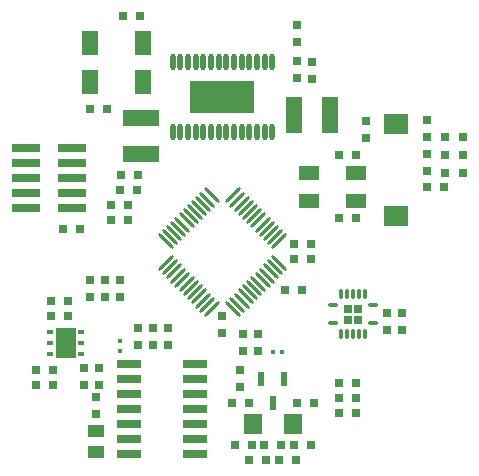
<source format=gtp>
G04*
G04 #@! TF.GenerationSoftware,Altium Limited,Altium Designer,20.0.13 (296)*
G04*
G04 Layer_Color=8421504*
%FSLAX25Y25*%
%MOIN*%
G70*
G01*
G75*
%ADD19R,0.02500X0.02500*%
%ADD20R,0.07874X0.07087*%
%ADD21R,0.02953X0.03150*%
%ADD22R,0.03150X0.03150*%
%ADD23R,0.03150X0.02953*%
%ADD24O,0.03347X0.01181*%
%ADD25O,0.01181X0.03347*%
%ADD26R,0.07087X0.04724*%
%ADD27R,0.09449X0.02992*%
%ADD28R,0.21654X0.11024*%
%ADD29O,0.01772X0.05512*%
%ADD30R,0.05500X0.04200*%
%ADD31R,0.01772X0.01772*%
%ADD32R,0.05500X0.08000*%
%ADD33R,0.12000X0.05400*%
%ADD34R,0.05400X0.12000*%
G04:AMPARAMS|DCode=35|XSize=11.81mil|YSize=70.87mil|CornerRadius=0mil|HoleSize=0mil|Usage=FLASHONLY|Rotation=315.000|XOffset=0mil|YOffset=0mil|HoleType=Round|Shape=Round|*
%AMOVALD35*
21,1,0.05906,0.01181,0.00000,0.00000,45.0*
1,1,0.01181,-0.02088,-0.02088*
1,1,0.01181,0.02088,0.02088*
%
%ADD35OVALD35*%

G04:AMPARAMS|DCode=36|XSize=11.81mil|YSize=70.87mil|CornerRadius=0mil|HoleSize=0mil|Usage=FLASHONLY|Rotation=225.000|XOffset=0mil|YOffset=0mil|HoleType=Round|Shape=Round|*
%AMOVALD36*
21,1,0.05906,0.01181,0.00000,0.00000,315.0*
1,1,0.01181,-0.02088,0.02088*
1,1,0.01181,0.02088,-0.02088*
%
%ADD36OVALD36*%

%ADD37R,0.08000X0.02600*%
G04:AMPARAMS|DCode=38|XSize=68.9mil|YSize=98.43mil|CornerRadius=3.45mil|HoleSize=0mil|Usage=FLASHONLY|Rotation=180.000|XOffset=0mil|YOffset=0mil|HoleType=Round|Shape=RoundedRectangle|*
%AMROUNDEDRECTD38*
21,1,0.06890,0.09153,0,0,180.0*
21,1,0.06201,0.09843,0,0,180.0*
1,1,0.00689,-0.03100,0.04577*
1,1,0.00689,0.03100,0.04577*
1,1,0.00689,0.03100,-0.04577*
1,1,0.00689,-0.03100,-0.04577*
%
%ADD38ROUNDEDRECTD38*%
%ADD39R,0.01968X0.01772*%
%ADD40R,0.01772X0.01772*%
%ADD41R,0.02362X0.05118*%
%ADD42R,0.06400X0.07000*%
D19*
X128557Y60797D02*
D03*
X125057D02*
D03*
Y64297D02*
D03*
X128557D02*
D03*
D20*
X141000Y125854D02*
D03*
Y95146D02*
D03*
D21*
X151476Y104984D02*
D03*
X157185D02*
D03*
X122146Y39500D02*
D03*
X127854D02*
D03*
X122146Y29500D02*
D03*
X127854D02*
D03*
X122146Y34500D02*
D03*
X127854D02*
D03*
X122146Y94500D02*
D03*
X127854D02*
D03*
Y115500D02*
D03*
X122146D02*
D03*
X35854Y91000D02*
D03*
X30146D02*
D03*
X107146Y86000D02*
D03*
X112854D02*
D03*
X107146Y81000D02*
D03*
X112854D02*
D03*
X109854Y70500D02*
D03*
X104146D02*
D03*
X26854Y44000D02*
D03*
X21146D02*
D03*
X26854Y39000D02*
D03*
X21146D02*
D03*
X26000Y62000D02*
D03*
X31709D02*
D03*
X26000Y67000D02*
D03*
X31709D02*
D03*
X44854Y131000D02*
D03*
X39146D02*
D03*
X54854Y104000D02*
D03*
X49146D02*
D03*
X55000Y109000D02*
D03*
X49291D02*
D03*
X51854Y99000D02*
D03*
X46146D02*
D03*
X51854Y94000D02*
D03*
X46146D02*
D03*
X50146Y162000D02*
D03*
X55854D02*
D03*
X93000Y19000D02*
D03*
X87291D02*
D03*
X107000D02*
D03*
X112709D02*
D03*
X92146Y14000D02*
D03*
X97854D02*
D03*
X92000Y33000D02*
D03*
X86291D02*
D03*
X102854Y19000D02*
D03*
X97146D02*
D03*
X107709Y14000D02*
D03*
X102000D02*
D03*
X108000Y33000D02*
D03*
X113709D02*
D03*
D22*
X157547Y121500D02*
D03*
X163453D02*
D03*
X157547Y115500D02*
D03*
X163453D02*
D03*
X157547Y109500D02*
D03*
X163453D02*
D03*
D23*
X151500Y121646D02*
D03*
Y127354D02*
D03*
Y110146D02*
D03*
Y115854D02*
D03*
X143000Y57146D02*
D03*
Y62854D02*
D03*
X138000Y57146D02*
D03*
Y62854D02*
D03*
X44000Y73854D02*
D03*
Y68146D02*
D03*
X131000Y121146D02*
D03*
Y126854D02*
D03*
X83000Y61854D02*
D03*
Y56146D02*
D03*
X49000Y73854D02*
D03*
Y68146D02*
D03*
X39000Y73854D02*
D03*
Y68146D02*
D03*
X41000Y29146D02*
D03*
Y34854D02*
D03*
X37000Y39000D02*
D03*
Y44709D02*
D03*
X55000Y57854D02*
D03*
Y52146D02*
D03*
X42000Y39000D02*
D03*
Y44709D02*
D03*
X60000Y52146D02*
D03*
Y57854D02*
D03*
X65000D02*
D03*
Y52146D02*
D03*
X113000Y141000D02*
D03*
Y146709D02*
D03*
X108000Y146854D02*
D03*
Y141146D02*
D03*
Y158854D02*
D03*
Y153146D02*
D03*
X90000Y50146D02*
D03*
Y55854D02*
D03*
X95000Y50146D02*
D03*
Y55854D02*
D03*
X89000Y43854D02*
D03*
Y38146D02*
D03*
D24*
X133500Y59595D02*
D03*
Y65500D02*
D03*
X120114D02*
D03*
Y59595D02*
D03*
D25*
X130744Y69240D02*
D03*
X128776D02*
D03*
X126807D02*
D03*
X124839D02*
D03*
X122870D02*
D03*
Y55854D02*
D03*
X124839D02*
D03*
X126807D02*
D03*
X128776D02*
D03*
X130744D02*
D03*
D26*
X127874Y100276D02*
D03*
X112126D02*
D03*
X127874Y109724D02*
D03*
X112126D02*
D03*
D27*
X33000Y98000D02*
D03*
Y103000D02*
D03*
Y108000D02*
D03*
Y113000D02*
D03*
Y118000D02*
D03*
X17646D02*
D03*
Y113000D02*
D03*
Y108000D02*
D03*
Y103000D02*
D03*
Y98000D02*
D03*
D28*
X83268Y135000D02*
D03*
D29*
X74311Y123386D02*
D03*
X76870D02*
D03*
X79429D02*
D03*
X81988D02*
D03*
X84547D02*
D03*
X87106D02*
D03*
X89665D02*
D03*
X92224D02*
D03*
X74311Y146614D02*
D03*
X76870D02*
D03*
X79429D02*
D03*
X81988D02*
D03*
X84547D02*
D03*
X87106D02*
D03*
X89665D02*
D03*
X92224D02*
D03*
X94784D02*
D03*
X97342D02*
D03*
X99902D02*
D03*
X94784Y123386D02*
D03*
X97342D02*
D03*
X99902D02*
D03*
X71752Y146614D02*
D03*
X69193D02*
D03*
X66634D02*
D03*
X71752Y123386D02*
D03*
X69193D02*
D03*
X66634D02*
D03*
D30*
X41000Y23500D02*
D03*
Y16500D02*
D03*
D31*
X49000Y50425D02*
D03*
Y53575D02*
D03*
D32*
X39100Y140000D02*
D03*
X56900D02*
D03*
Y153000D02*
D03*
X39100D02*
D03*
D33*
X56000Y116000D02*
D03*
Y128000D02*
D03*
D34*
X119000Y129000D02*
D03*
X107000D02*
D03*
D35*
X102198Y86887D02*
D03*
X100806Y88279D02*
D03*
X99414Y89671D02*
D03*
X98022Y91063D02*
D03*
X96630Y92454D02*
D03*
X95238Y93846D02*
D03*
X93846Y95238D02*
D03*
X92454Y96630D02*
D03*
X91063Y98022D02*
D03*
X89671Y99414D02*
D03*
X88279Y100806D02*
D03*
X86887Y102198D02*
D03*
X64337Y79649D02*
D03*
X65729Y78257D02*
D03*
X67121Y76865D02*
D03*
X68513Y75473D02*
D03*
X69905Y74081D02*
D03*
X71297Y72689D02*
D03*
X72689Y71297D02*
D03*
X74081Y69905D02*
D03*
X75473Y68513D02*
D03*
X76865Y67121D02*
D03*
X78257Y65729D02*
D03*
X79649Y64337D02*
D03*
D36*
Y102198D02*
D03*
X78257Y100806D02*
D03*
X76865Y99414D02*
D03*
X75473Y98022D02*
D03*
X74081Y96630D02*
D03*
X72689Y95238D02*
D03*
X71297Y93846D02*
D03*
X69905Y92454D02*
D03*
X68513Y91063D02*
D03*
X67121Y89671D02*
D03*
X65729Y88279D02*
D03*
X64337Y86887D02*
D03*
X86887Y64337D02*
D03*
X88279Y65729D02*
D03*
X89671Y67121D02*
D03*
X91063Y68513D02*
D03*
X92454Y69905D02*
D03*
X93846Y71297D02*
D03*
X95238Y72689D02*
D03*
X96630Y74081D02*
D03*
X98022Y75473D02*
D03*
X99414Y76865D02*
D03*
X100806Y78257D02*
D03*
X102198Y79649D02*
D03*
D37*
X52000Y46000D02*
D03*
Y41000D02*
D03*
Y36000D02*
D03*
X74000Y46000D02*
D03*
Y41000D02*
D03*
Y36000D02*
D03*
X52000Y31000D02*
D03*
Y26000D02*
D03*
Y21000D02*
D03*
X74000Y26000D02*
D03*
Y21000D02*
D03*
Y16000D02*
D03*
X52000D02*
D03*
X74000Y31000D02*
D03*
D38*
X31000Y53000D02*
D03*
D39*
X25882Y49260D02*
D03*
X36118Y56740D02*
D03*
Y49260D02*
D03*
X25882Y56740D02*
D03*
Y53000D02*
D03*
X36118Y53000D02*
D03*
D40*
X100000Y50000D02*
D03*
X103150D02*
D03*
D41*
X100000Y32866D02*
D03*
X96260Y41134D02*
D03*
X103740D02*
D03*
D42*
X106700Y26000D02*
D03*
X93300D02*
D03*
M02*

</source>
